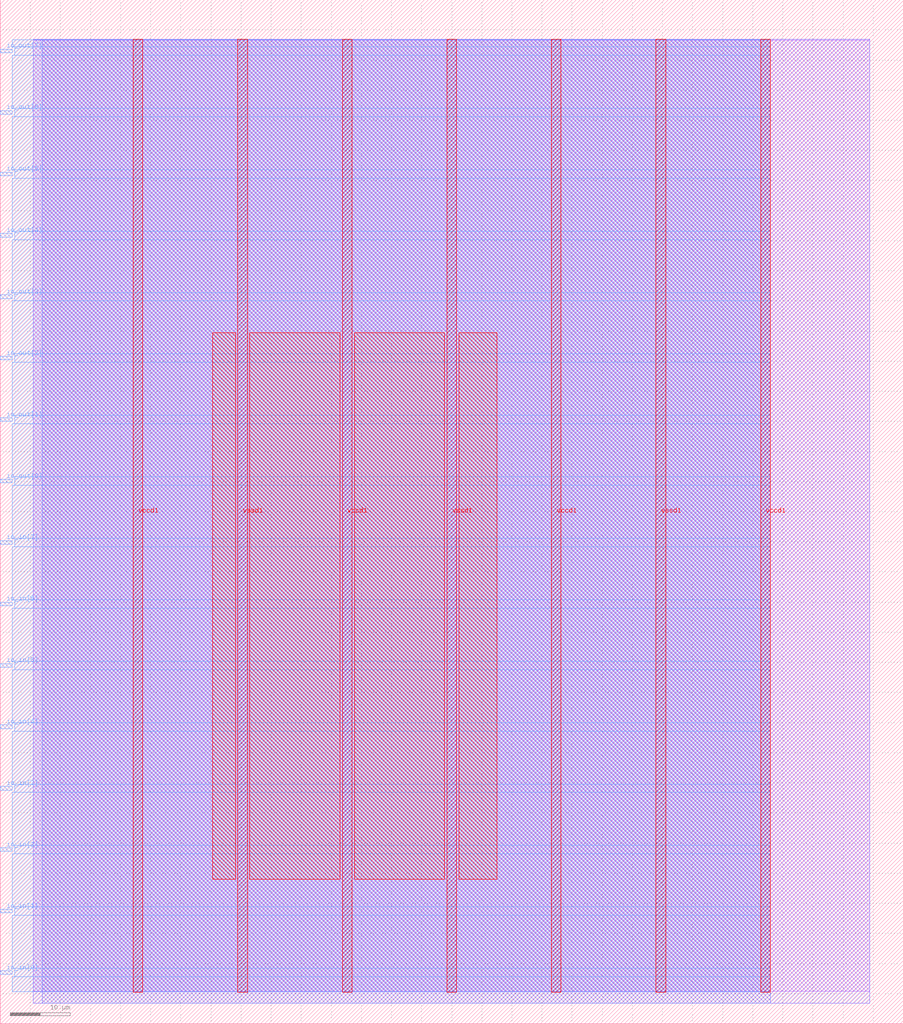
<source format=lef>
VERSION 5.7 ;
  NOWIREEXTENSIONATPIN ON ;
  DIVIDERCHAR "/" ;
  BUSBITCHARS "[]" ;
MACRO hex_sr
  CLASS BLOCK ;
  FOREIGN hex_sr ;
  ORIGIN 0.000 0.000 ;
  SIZE 150.000 BY 170.000 ;
  PIN io_in[0]
    DIRECTION INPUT ;
    USE SIGNAL ;
    PORT
      LAYER met3 ;
        RECT 0.000 8.200 2.000 8.800 ;
    END
  END io_in[0]
  PIN io_in[1]
    DIRECTION INPUT ;
    USE SIGNAL ;
    PORT
      LAYER met3 ;
        RECT 0.000 18.400 2.000 19.000 ;
    END
  END io_in[1]
  PIN io_in[2]
    DIRECTION INPUT ;
    USE SIGNAL ;
    PORT
      LAYER met3 ;
        RECT 0.000 28.600 2.000 29.200 ;
    END
  END io_in[2]
  PIN io_in[3]
    DIRECTION INPUT ;
    USE SIGNAL ;
    PORT
      LAYER met3 ;
        RECT 0.000 38.800 2.000 39.400 ;
    END
  END io_in[3]
  PIN io_in[4]
    DIRECTION INPUT ;
    USE SIGNAL ;
    PORT
      LAYER met3 ;
        RECT 0.000 49.000 2.000 49.600 ;
    END
  END io_in[4]
  PIN io_in[5]
    DIRECTION INPUT ;
    USE SIGNAL ;
    PORT
      LAYER met3 ;
        RECT 0.000 59.200 2.000 59.800 ;
    END
  END io_in[5]
  PIN io_in[6]
    DIRECTION INPUT ;
    USE SIGNAL ;
    PORT
      LAYER met3 ;
        RECT 0.000 69.400 2.000 70.000 ;
    END
  END io_in[6]
  PIN io_in[7]
    DIRECTION INPUT ;
    USE SIGNAL ;
    PORT
      LAYER met3 ;
        RECT 0.000 79.600 2.000 80.200 ;
    END
  END io_in[7]
  PIN io_out[0]
    DIRECTION OUTPUT TRISTATE ;
    USE SIGNAL ;
    PORT
      LAYER met3 ;
        RECT 0.000 89.800 2.000 90.400 ;
    END
  END io_out[0]
  PIN io_out[1]
    DIRECTION OUTPUT TRISTATE ;
    USE SIGNAL ;
    PORT
      LAYER met3 ;
        RECT 0.000 100.000 2.000 100.600 ;
    END
  END io_out[1]
  PIN io_out[2]
    DIRECTION OUTPUT TRISTATE ;
    USE SIGNAL ;
    PORT
      LAYER met3 ;
        RECT 0.000 110.200 2.000 110.800 ;
    END
  END io_out[2]
  PIN io_out[3]
    DIRECTION OUTPUT TRISTATE ;
    USE SIGNAL ;
    PORT
      LAYER met3 ;
        RECT 0.000 120.400 2.000 121.000 ;
    END
  END io_out[3]
  PIN io_out[4]
    DIRECTION OUTPUT TRISTATE ;
    USE SIGNAL ;
    PORT
      LAYER met3 ;
        RECT 0.000 130.600 2.000 131.200 ;
    END
  END io_out[4]
  PIN io_out[5]
    DIRECTION OUTPUT TRISTATE ;
    USE SIGNAL ;
    PORT
      LAYER met3 ;
        RECT 0.000 140.800 2.000 141.400 ;
    END
  END io_out[5]
  PIN io_out[6]
    DIRECTION OUTPUT TRISTATE ;
    USE SIGNAL ;
    PORT
      LAYER met3 ;
        RECT 0.000 151.000 2.000 151.600 ;
    END
  END io_out[6]
  PIN io_out[7]
    DIRECTION OUTPUT TRISTATE ;
    USE SIGNAL ;
    PORT
      LAYER met3 ;
        RECT 0.000 161.200 2.000 161.800 ;
    END
  END io_out[7]
  PIN vccd1
    DIRECTION INOUT ;
    USE POWER ;
    PORT
      LAYER met4 ;
        RECT 22.090 5.200 23.690 163.440 ;
    END
    PORT
      LAYER met4 ;
        RECT 56.830 5.200 58.430 163.440 ;
    END
    PORT
      LAYER met4 ;
        RECT 91.570 5.200 93.170 163.440 ;
    END
    PORT
      LAYER met4 ;
        RECT 126.310 5.200 127.910 163.440 ;
    END
  END vccd1
  PIN vssd1
    DIRECTION INOUT ;
    USE GROUND ;
    PORT
      LAYER met4 ;
        RECT 39.460 5.200 41.060 163.440 ;
    END
    PORT
      LAYER met4 ;
        RECT 74.200 5.200 75.800 163.440 ;
    END
    PORT
      LAYER met4 ;
        RECT 108.940 5.200 110.540 163.440 ;
    END
  END vssd1
  OBS
      LAYER li1 ;
        RECT 5.520 5.355 144.440 163.285 ;
      LAYER met1 ;
        RECT 5.520 3.440 144.440 163.440 ;
      LAYER met2 ;
        RECT 7.000 3.410 127.880 163.385 ;
      LAYER met3 ;
        RECT 2.000 162.200 127.900 163.365 ;
        RECT 2.400 160.800 127.900 162.200 ;
        RECT 2.000 152.000 127.900 160.800 ;
        RECT 2.400 150.600 127.900 152.000 ;
        RECT 2.000 141.800 127.900 150.600 ;
        RECT 2.400 140.400 127.900 141.800 ;
        RECT 2.000 131.600 127.900 140.400 ;
        RECT 2.400 130.200 127.900 131.600 ;
        RECT 2.000 121.400 127.900 130.200 ;
        RECT 2.400 120.000 127.900 121.400 ;
        RECT 2.000 111.200 127.900 120.000 ;
        RECT 2.400 109.800 127.900 111.200 ;
        RECT 2.000 101.000 127.900 109.800 ;
        RECT 2.400 99.600 127.900 101.000 ;
        RECT 2.000 90.800 127.900 99.600 ;
        RECT 2.400 89.400 127.900 90.800 ;
        RECT 2.000 80.600 127.900 89.400 ;
        RECT 2.400 79.200 127.900 80.600 ;
        RECT 2.000 70.400 127.900 79.200 ;
        RECT 2.400 69.000 127.900 70.400 ;
        RECT 2.000 60.200 127.900 69.000 ;
        RECT 2.400 58.800 127.900 60.200 ;
        RECT 2.000 50.000 127.900 58.800 ;
        RECT 2.400 48.600 127.900 50.000 ;
        RECT 2.000 39.800 127.900 48.600 ;
        RECT 2.400 38.400 127.900 39.800 ;
        RECT 2.000 29.600 127.900 38.400 ;
        RECT 2.400 28.200 127.900 29.600 ;
        RECT 2.000 19.400 127.900 28.200 ;
        RECT 2.400 18.000 127.900 19.400 ;
        RECT 2.000 9.200 127.900 18.000 ;
        RECT 2.400 7.800 127.900 9.200 ;
        RECT 2.000 5.275 127.900 7.800 ;
      LAYER met4 ;
        RECT 35.255 23.975 39.060 114.745 ;
        RECT 41.460 23.975 56.430 114.745 ;
        RECT 58.830 23.975 73.800 114.745 ;
        RECT 76.200 23.975 82.505 114.745 ;
  END
END hex_sr
END LIBRARY


</source>
